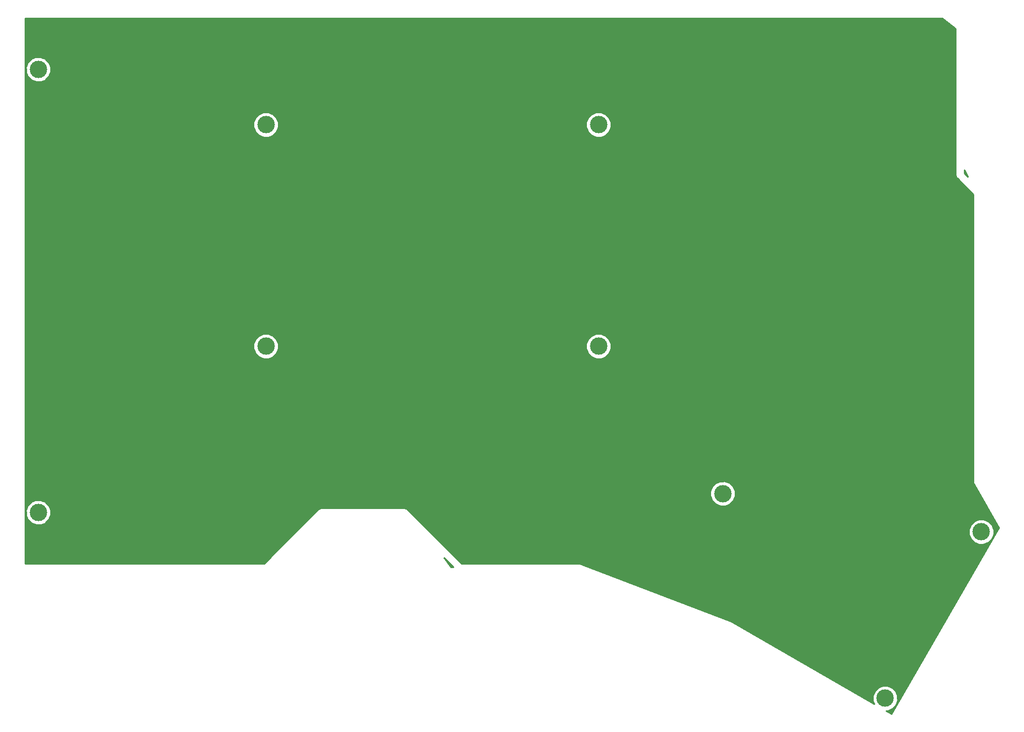
<source format=gbr>
G04 #@! TF.GenerationSoftware,KiCad,Pcbnew,(5.0.0)*
G04 #@! TF.CreationDate,2019-01-26T20:43:56+09:00*
G04 #@! TF.ProjectId,Manta60BLE_Bottom,4D616E74613630424C455F426F74746F,rev?*
G04 #@! TF.SameCoordinates,Original*
G04 #@! TF.FileFunction,Copper,L1,Top,Signal*
G04 #@! TF.FilePolarity,Positive*
%FSLAX46Y46*%
G04 Gerber Fmt 4.6, Leading zero omitted, Abs format (unit mm)*
G04 Created by KiCad (PCBNEW (5.0.0)) date 01/26/19 20:43:56*
%MOMM*%
%LPD*%
G01*
G04 APERTURE LIST*
G04 #@! TA.AperFunction,ComponentPad*
%ADD10C,3.000000*%
G04 #@! TD*
G04 #@! TA.AperFunction,NonConductor*
%ADD11C,0.254000*%
G04 #@! TD*
G04 APERTURE END LIST*
D10*
G04 #@! TO.P,H\002A\002A,*
G04 #@! TO.N,*
X205494350Y-122386200D03*
G04 #@! TD*
G04 #@! TO.P,H\002A\002A,*
G04 #@! TO.N,*
X82584350Y-90476200D03*
G04 #@! TD*
G04 #@! TO.P,H\002A\002A,*
G04 #@! TO.N,*
X188974350Y-151006200D03*
G04 #@! TD*
G04 #@! TO.P,H\002A\002A,*
G04 #@! TO.N,*
X139734350Y-90476200D03*
G04 #@! TD*
G04 #@! TO.P,H\002A\002A,*
G04 #@! TO.N,*
X161074350Y-115816200D03*
G04 #@! TD*
G04 #@! TO.P,H\002A\002A,*
G04 #@! TO.N,*
X139734350Y-52376200D03*
G04 #@! TD*
G04 #@! TO.P,H\002A\002A,*
G04 #@! TO.N,*
X82584350Y-52376200D03*
G04 #@! TD*
G04 #@! TO.P,H\002A\002A,*
G04 #@! TO.N,*
X43474350Y-42856200D03*
G04 #@! TD*
G04 #@! TO.P,H\002A\002A,*
G04 #@! TO.N,*
X43474350Y-119056200D03*
G04 #@! TD*
D11*
G36*
X198789538Y-34072482D02*
X201099451Y-35857415D01*
X201099450Y-60949085D01*
X201085063Y-61019401D01*
X201099450Y-61093855D01*
X201099450Y-61095887D01*
X201113198Y-61165001D01*
X201140538Y-61306490D01*
X201141688Y-61308232D01*
X201142096Y-61310282D01*
X201222283Y-61430291D01*
X201260987Y-61488907D01*
X201262411Y-61490346D01*
X201304545Y-61553405D01*
X201364229Y-61593284D01*
X204099451Y-64358596D01*
X204099450Y-110976707D01*
X204084451Y-111052112D01*
X204084450Y-113800887D01*
X204127096Y-114015282D01*
X204289545Y-114258405D01*
X204290568Y-114259089D01*
X208511429Y-121687581D01*
X190034428Y-153690466D01*
X189083093Y-153141200D01*
X189399028Y-153141200D01*
X189418580Y-153133101D01*
X189439737Y-153132697D01*
X190148932Y-152838939D01*
X190154220Y-152828389D01*
X190183730Y-152816166D01*
X190784316Y-152215580D01*
X190796539Y-152186070D01*
X190807089Y-152180782D01*
X190954627Y-151804412D01*
X191109350Y-151430878D01*
X191109350Y-151409714D01*
X191117073Y-151390013D01*
X191109350Y-150985824D01*
X191109350Y-150581522D01*
X191101251Y-150561970D01*
X191100847Y-150540813D01*
X190807089Y-149831618D01*
X190796539Y-149826330D01*
X190784316Y-149796820D01*
X190183730Y-149196234D01*
X190154220Y-149184011D01*
X190148932Y-149173461D01*
X189772562Y-149025923D01*
X189399028Y-148871200D01*
X189377864Y-148871200D01*
X189358163Y-148863477D01*
X188953974Y-148871200D01*
X188549672Y-148871200D01*
X188530120Y-148879299D01*
X188508963Y-148879703D01*
X187799768Y-149173461D01*
X187794480Y-149184011D01*
X187764970Y-149196234D01*
X187164384Y-149796820D01*
X187152161Y-149826330D01*
X187141611Y-149831618D01*
X186994073Y-150207988D01*
X186839350Y-150581522D01*
X186839350Y-150602686D01*
X186831627Y-150622387D01*
X186839350Y-151026576D01*
X186839350Y-151430878D01*
X186847449Y-151450430D01*
X186847853Y-151471587D01*
X187054221Y-151969804D01*
X162588543Y-137844217D01*
X162424906Y-137741498D01*
X136685882Y-127929301D01*
X136633402Y-127894217D01*
X136550578Y-127877721D01*
X136540626Y-127873927D01*
X136479659Y-127863596D01*
X136419018Y-127851518D01*
X136408368Y-127851515D01*
X136325104Y-127837406D01*
X136263566Y-127851480D01*
X116222153Y-127846575D01*
X110382876Y-122002387D01*
X203351627Y-122002387D01*
X203359350Y-122406576D01*
X203359350Y-122810878D01*
X203367449Y-122830430D01*
X203367853Y-122851587D01*
X203661611Y-123560782D01*
X203672161Y-123566070D01*
X203684384Y-123595580D01*
X204284970Y-124196166D01*
X204314480Y-124208389D01*
X204319768Y-124218939D01*
X204696138Y-124366477D01*
X205069672Y-124521200D01*
X205090836Y-124521200D01*
X205110537Y-124528923D01*
X205514726Y-124521200D01*
X205919028Y-124521200D01*
X205938580Y-124513101D01*
X205959737Y-124512697D01*
X206668932Y-124218939D01*
X206674220Y-124208389D01*
X206703730Y-124196166D01*
X207304316Y-123595580D01*
X207316539Y-123566070D01*
X207327089Y-123560782D01*
X207474627Y-123184412D01*
X207629350Y-122810878D01*
X207629350Y-122789714D01*
X207637073Y-122770013D01*
X207629350Y-122365824D01*
X207629350Y-121961522D01*
X207621251Y-121941970D01*
X207620847Y-121920813D01*
X207327089Y-121211618D01*
X207316539Y-121206330D01*
X207304316Y-121176820D01*
X206703730Y-120576234D01*
X206674220Y-120564011D01*
X206668932Y-120553461D01*
X206292562Y-120405923D01*
X205919028Y-120251200D01*
X205897864Y-120251200D01*
X205878163Y-120243477D01*
X205473974Y-120251200D01*
X205069672Y-120251200D01*
X205050120Y-120259299D01*
X205028963Y-120259703D01*
X204319768Y-120553461D01*
X204314480Y-120564011D01*
X204284970Y-120576234D01*
X203684384Y-121176820D01*
X203672161Y-121206330D01*
X203661611Y-121211618D01*
X203514073Y-121587988D01*
X203359350Y-121961522D01*
X203359350Y-121982686D01*
X203351627Y-122002387D01*
X110382876Y-122002387D01*
X106977448Y-118594095D01*
X106936355Y-118532595D01*
X106813498Y-118450505D01*
X106693523Y-118370267D01*
X106693368Y-118370236D01*
X106693233Y-118370146D01*
X106548323Y-118341322D01*
X106406765Y-118313102D01*
X106334222Y-118327500D01*
X92211898Y-118327500D01*
X92109349Y-118307102D01*
X91822567Y-118364146D01*
X91640812Y-118485591D01*
X91627966Y-118498437D01*
X91576845Y-118532595D01*
X91542687Y-118583716D01*
X82273904Y-127852500D01*
X41209350Y-127852500D01*
X41209350Y-118672387D01*
X41331627Y-118672387D01*
X41339350Y-119076576D01*
X41339350Y-119480878D01*
X41347449Y-119500430D01*
X41347853Y-119521587D01*
X41641611Y-120230782D01*
X41652161Y-120236070D01*
X41664384Y-120265580D01*
X42264970Y-120866166D01*
X42294480Y-120878389D01*
X42299768Y-120888939D01*
X42676138Y-121036477D01*
X43049672Y-121191200D01*
X43070836Y-121191200D01*
X43090537Y-121198923D01*
X43494726Y-121191200D01*
X43899028Y-121191200D01*
X43918580Y-121183101D01*
X43939737Y-121182697D01*
X44648932Y-120888939D01*
X44654220Y-120878389D01*
X44683730Y-120866166D01*
X45284316Y-120265580D01*
X45296539Y-120236070D01*
X45307089Y-120230782D01*
X45454627Y-119854412D01*
X45609350Y-119480878D01*
X45609350Y-119459714D01*
X45617073Y-119440013D01*
X45609350Y-119035824D01*
X45609350Y-118631522D01*
X45601251Y-118611970D01*
X45600847Y-118590813D01*
X45307089Y-117881618D01*
X45296539Y-117876330D01*
X45284316Y-117846820D01*
X44683730Y-117246234D01*
X44654220Y-117234011D01*
X44648932Y-117223461D01*
X44272562Y-117075923D01*
X43899028Y-116921200D01*
X43877864Y-116921200D01*
X43858163Y-116913477D01*
X43453974Y-116921200D01*
X43049672Y-116921200D01*
X43030120Y-116929299D01*
X43008963Y-116929703D01*
X42299768Y-117223461D01*
X42294480Y-117234011D01*
X42264970Y-117246234D01*
X41664384Y-117846820D01*
X41652161Y-117876330D01*
X41641611Y-117881618D01*
X41494073Y-118257988D01*
X41339350Y-118631522D01*
X41339350Y-118652686D01*
X41331627Y-118672387D01*
X41209350Y-118672387D01*
X41209350Y-115432387D01*
X158931627Y-115432387D01*
X158939350Y-115836576D01*
X158939350Y-116240878D01*
X158947449Y-116260430D01*
X158947853Y-116281587D01*
X159241611Y-116990782D01*
X159252161Y-116996070D01*
X159264384Y-117025580D01*
X159864970Y-117626166D01*
X159894480Y-117638389D01*
X159899768Y-117648939D01*
X160276138Y-117796477D01*
X160649672Y-117951200D01*
X160670836Y-117951200D01*
X160690537Y-117958923D01*
X161094726Y-117951200D01*
X161499028Y-117951200D01*
X161518580Y-117943101D01*
X161539737Y-117942697D01*
X162248932Y-117648939D01*
X162254220Y-117638389D01*
X162283730Y-117626166D01*
X162884316Y-117025580D01*
X162896539Y-116996070D01*
X162907089Y-116990782D01*
X163054627Y-116614412D01*
X163209350Y-116240878D01*
X163209350Y-116219714D01*
X163217073Y-116200013D01*
X163209350Y-115795824D01*
X163209350Y-115391522D01*
X163201251Y-115371970D01*
X163200847Y-115350813D01*
X162907089Y-114641618D01*
X162896539Y-114636330D01*
X162884316Y-114606820D01*
X162283730Y-114006234D01*
X162254220Y-113994011D01*
X162248932Y-113983461D01*
X161872562Y-113835923D01*
X161499028Y-113681200D01*
X161477864Y-113681200D01*
X161458163Y-113673477D01*
X161053974Y-113681200D01*
X160649672Y-113681200D01*
X160630120Y-113689299D01*
X160608963Y-113689703D01*
X159899768Y-113983461D01*
X159894480Y-113994011D01*
X159864970Y-114006234D01*
X159264384Y-114606820D01*
X159252161Y-114636330D01*
X159241611Y-114641618D01*
X159094073Y-115017988D01*
X158939350Y-115391522D01*
X158939350Y-115412686D01*
X158931627Y-115432387D01*
X41209350Y-115432387D01*
X41209350Y-90092387D01*
X80441627Y-90092387D01*
X80449350Y-90496576D01*
X80449350Y-90900878D01*
X80457449Y-90920430D01*
X80457853Y-90941587D01*
X80751611Y-91650782D01*
X80762161Y-91656070D01*
X80774384Y-91685580D01*
X81374970Y-92286166D01*
X81404480Y-92298389D01*
X81409768Y-92308939D01*
X81786138Y-92456477D01*
X82159672Y-92611200D01*
X82180836Y-92611200D01*
X82200537Y-92618923D01*
X82604726Y-92611200D01*
X83009028Y-92611200D01*
X83028580Y-92603101D01*
X83049737Y-92602697D01*
X83758932Y-92308939D01*
X83764220Y-92298389D01*
X83793730Y-92286166D01*
X84394316Y-91685580D01*
X84406539Y-91656070D01*
X84417089Y-91650782D01*
X84564627Y-91274412D01*
X84719350Y-90900878D01*
X84719350Y-90879714D01*
X84727073Y-90860013D01*
X84719350Y-90455824D01*
X84719350Y-90092387D01*
X137591627Y-90092387D01*
X137599350Y-90496576D01*
X137599350Y-90900878D01*
X137607449Y-90920430D01*
X137607853Y-90941587D01*
X137901611Y-91650782D01*
X137912161Y-91656070D01*
X137924384Y-91685580D01*
X138524970Y-92286166D01*
X138554480Y-92298389D01*
X138559768Y-92308939D01*
X138936138Y-92456477D01*
X139309672Y-92611200D01*
X139330836Y-92611200D01*
X139350537Y-92618923D01*
X139754726Y-92611200D01*
X140159028Y-92611200D01*
X140178580Y-92603101D01*
X140199737Y-92602697D01*
X140908932Y-92308939D01*
X140914220Y-92298389D01*
X140943730Y-92286166D01*
X141544316Y-91685580D01*
X141556539Y-91656070D01*
X141567089Y-91650782D01*
X141714627Y-91274412D01*
X141869350Y-90900878D01*
X141869350Y-90879714D01*
X141877073Y-90860013D01*
X141869350Y-90455824D01*
X141869350Y-90051522D01*
X141861251Y-90031970D01*
X141860847Y-90010813D01*
X141567089Y-89301618D01*
X141556539Y-89296330D01*
X141544316Y-89266820D01*
X140943730Y-88666234D01*
X140914220Y-88654011D01*
X140908932Y-88643461D01*
X140532562Y-88495923D01*
X140159028Y-88341200D01*
X140137864Y-88341200D01*
X140118163Y-88333477D01*
X139713974Y-88341200D01*
X139309672Y-88341200D01*
X139290120Y-88349299D01*
X139268963Y-88349703D01*
X138559768Y-88643461D01*
X138554480Y-88654011D01*
X138524970Y-88666234D01*
X137924384Y-89266820D01*
X137912161Y-89296330D01*
X137901611Y-89301618D01*
X137754073Y-89677988D01*
X137599350Y-90051522D01*
X137599350Y-90072686D01*
X137591627Y-90092387D01*
X84719350Y-90092387D01*
X84719350Y-90051522D01*
X84711251Y-90031970D01*
X84710847Y-90010813D01*
X84417089Y-89301618D01*
X84406539Y-89296330D01*
X84394316Y-89266820D01*
X83793730Y-88666234D01*
X83764220Y-88654011D01*
X83758932Y-88643461D01*
X83382562Y-88495923D01*
X83009028Y-88341200D01*
X82987864Y-88341200D01*
X82968163Y-88333477D01*
X82563974Y-88341200D01*
X82159672Y-88341200D01*
X82140120Y-88349299D01*
X82118963Y-88349703D01*
X81409768Y-88643461D01*
X81404480Y-88654011D01*
X81374970Y-88666234D01*
X80774384Y-89266820D01*
X80762161Y-89296330D01*
X80751611Y-89301618D01*
X80604073Y-89677988D01*
X80449350Y-90051522D01*
X80449350Y-90072686D01*
X80441627Y-90092387D01*
X41209350Y-90092387D01*
X41209350Y-51992387D01*
X80441627Y-51992387D01*
X80449350Y-52396576D01*
X80449350Y-52800878D01*
X80457449Y-52820430D01*
X80457853Y-52841587D01*
X80751611Y-53550782D01*
X80762161Y-53556070D01*
X80774384Y-53585580D01*
X81374970Y-54186166D01*
X81404480Y-54198389D01*
X81409768Y-54208939D01*
X81786138Y-54356477D01*
X82159672Y-54511200D01*
X82180836Y-54511200D01*
X82200537Y-54518923D01*
X82604726Y-54511200D01*
X83009028Y-54511200D01*
X83028580Y-54503101D01*
X83049737Y-54502697D01*
X83758932Y-54208939D01*
X83764220Y-54198389D01*
X83793730Y-54186166D01*
X84394316Y-53585580D01*
X84406539Y-53556070D01*
X84417089Y-53550782D01*
X84564627Y-53174412D01*
X84719350Y-52800878D01*
X84719350Y-52779714D01*
X84727073Y-52760013D01*
X84719350Y-52355824D01*
X84719350Y-51992387D01*
X137591627Y-51992387D01*
X137599350Y-52396576D01*
X137599350Y-52800878D01*
X137607449Y-52820430D01*
X137607853Y-52841587D01*
X137901611Y-53550782D01*
X137912161Y-53556070D01*
X137924384Y-53585580D01*
X138524970Y-54186166D01*
X138554480Y-54198389D01*
X138559768Y-54208939D01*
X138936138Y-54356477D01*
X139309672Y-54511200D01*
X139330836Y-54511200D01*
X139350537Y-54518923D01*
X139754726Y-54511200D01*
X140159028Y-54511200D01*
X140178580Y-54503101D01*
X140199737Y-54502697D01*
X140908932Y-54208939D01*
X140914220Y-54198389D01*
X140943730Y-54186166D01*
X141544316Y-53585580D01*
X141556539Y-53556070D01*
X141567089Y-53550782D01*
X141714627Y-53174412D01*
X141869350Y-52800878D01*
X141869350Y-52779714D01*
X141877073Y-52760013D01*
X141869350Y-52355824D01*
X141869350Y-51951522D01*
X141861251Y-51931970D01*
X141860847Y-51910813D01*
X141567089Y-51201618D01*
X141556539Y-51196330D01*
X141544316Y-51166820D01*
X140943730Y-50566234D01*
X140914220Y-50554011D01*
X140908932Y-50543461D01*
X140532562Y-50395923D01*
X140159028Y-50241200D01*
X140137864Y-50241200D01*
X140118163Y-50233477D01*
X139713974Y-50241200D01*
X139309672Y-50241200D01*
X139290120Y-50249299D01*
X139268963Y-50249703D01*
X138559768Y-50543461D01*
X138554480Y-50554011D01*
X138524970Y-50566234D01*
X137924384Y-51166820D01*
X137912161Y-51196330D01*
X137901611Y-51201618D01*
X137754073Y-51577988D01*
X137599350Y-51951522D01*
X137599350Y-51972686D01*
X137591627Y-51992387D01*
X84719350Y-51992387D01*
X84719350Y-51951522D01*
X84711251Y-51931970D01*
X84710847Y-51910813D01*
X84417089Y-51201618D01*
X84406539Y-51196330D01*
X84394316Y-51166820D01*
X83793730Y-50566234D01*
X83764220Y-50554011D01*
X83758932Y-50543461D01*
X83382562Y-50395923D01*
X83009028Y-50241200D01*
X82987864Y-50241200D01*
X82968163Y-50233477D01*
X82563974Y-50241200D01*
X82159672Y-50241200D01*
X82140120Y-50249299D01*
X82118963Y-50249703D01*
X81409768Y-50543461D01*
X81404480Y-50554011D01*
X81374970Y-50566234D01*
X80774384Y-51166820D01*
X80762161Y-51196330D01*
X80751611Y-51201618D01*
X80604073Y-51577988D01*
X80449350Y-51951522D01*
X80449350Y-51972686D01*
X80441627Y-51992387D01*
X41209350Y-51992387D01*
X41209350Y-42472387D01*
X41331627Y-42472387D01*
X41339350Y-42876576D01*
X41339350Y-43280878D01*
X41347449Y-43300430D01*
X41347853Y-43321587D01*
X41641611Y-44030782D01*
X41652161Y-44036070D01*
X41664384Y-44065580D01*
X42264970Y-44666166D01*
X42294480Y-44678389D01*
X42299768Y-44688939D01*
X42676138Y-44836477D01*
X43049672Y-44991200D01*
X43070836Y-44991200D01*
X43090537Y-44998923D01*
X43494726Y-44991200D01*
X43899028Y-44991200D01*
X43918580Y-44983101D01*
X43939737Y-44982697D01*
X44648932Y-44688939D01*
X44654220Y-44678389D01*
X44683730Y-44666166D01*
X45284316Y-44065580D01*
X45296539Y-44036070D01*
X45307089Y-44030782D01*
X45454627Y-43654412D01*
X45609350Y-43280878D01*
X45609350Y-43259714D01*
X45617073Y-43240013D01*
X45609350Y-42835824D01*
X45609350Y-42431522D01*
X45601251Y-42411970D01*
X45600847Y-42390813D01*
X45307089Y-41681618D01*
X45296539Y-41676330D01*
X45284316Y-41646820D01*
X44683730Y-41046234D01*
X44654220Y-41034011D01*
X44648932Y-41023461D01*
X44272562Y-40875923D01*
X43899028Y-40721200D01*
X43877864Y-40721200D01*
X43858163Y-40713477D01*
X43453974Y-40721200D01*
X43049672Y-40721200D01*
X43030120Y-40729299D01*
X43008963Y-40729703D01*
X42299768Y-41023461D01*
X42294480Y-41034011D01*
X42264970Y-41046234D01*
X41664384Y-41646820D01*
X41652161Y-41676330D01*
X41641611Y-41681618D01*
X41494073Y-42057988D01*
X41339350Y-42431522D01*
X41339350Y-42452686D01*
X41331627Y-42472387D01*
X41209350Y-42472387D01*
X41209350Y-34061252D01*
X198789538Y-34072482D01*
X198789538Y-34072482D01*
G37*
X198789538Y-34072482D02*
X201099451Y-35857415D01*
X201099450Y-60949085D01*
X201085063Y-61019401D01*
X201099450Y-61093855D01*
X201099450Y-61095887D01*
X201113198Y-61165001D01*
X201140538Y-61306490D01*
X201141688Y-61308232D01*
X201142096Y-61310282D01*
X201222283Y-61430291D01*
X201260987Y-61488907D01*
X201262411Y-61490346D01*
X201304545Y-61553405D01*
X201364229Y-61593284D01*
X204099451Y-64358596D01*
X204099450Y-110976707D01*
X204084451Y-111052112D01*
X204084450Y-113800887D01*
X204127096Y-114015282D01*
X204289545Y-114258405D01*
X204290568Y-114259089D01*
X208511429Y-121687581D01*
X190034428Y-153690466D01*
X189083093Y-153141200D01*
X189399028Y-153141200D01*
X189418580Y-153133101D01*
X189439737Y-153132697D01*
X190148932Y-152838939D01*
X190154220Y-152828389D01*
X190183730Y-152816166D01*
X190784316Y-152215580D01*
X190796539Y-152186070D01*
X190807089Y-152180782D01*
X190954627Y-151804412D01*
X191109350Y-151430878D01*
X191109350Y-151409714D01*
X191117073Y-151390013D01*
X191109350Y-150985824D01*
X191109350Y-150581522D01*
X191101251Y-150561970D01*
X191100847Y-150540813D01*
X190807089Y-149831618D01*
X190796539Y-149826330D01*
X190784316Y-149796820D01*
X190183730Y-149196234D01*
X190154220Y-149184011D01*
X190148932Y-149173461D01*
X189772562Y-149025923D01*
X189399028Y-148871200D01*
X189377864Y-148871200D01*
X189358163Y-148863477D01*
X188953974Y-148871200D01*
X188549672Y-148871200D01*
X188530120Y-148879299D01*
X188508963Y-148879703D01*
X187799768Y-149173461D01*
X187794480Y-149184011D01*
X187764970Y-149196234D01*
X187164384Y-149796820D01*
X187152161Y-149826330D01*
X187141611Y-149831618D01*
X186994073Y-150207988D01*
X186839350Y-150581522D01*
X186839350Y-150602686D01*
X186831627Y-150622387D01*
X186839350Y-151026576D01*
X186839350Y-151430878D01*
X186847449Y-151450430D01*
X186847853Y-151471587D01*
X187054221Y-151969804D01*
X162588543Y-137844217D01*
X162424906Y-137741498D01*
X136685882Y-127929301D01*
X136633402Y-127894217D01*
X136550578Y-127877721D01*
X136540626Y-127873927D01*
X136479659Y-127863596D01*
X136419018Y-127851518D01*
X136408368Y-127851515D01*
X136325104Y-127837406D01*
X136263566Y-127851480D01*
X116222153Y-127846575D01*
X110382876Y-122002387D01*
X203351627Y-122002387D01*
X203359350Y-122406576D01*
X203359350Y-122810878D01*
X203367449Y-122830430D01*
X203367853Y-122851587D01*
X203661611Y-123560782D01*
X203672161Y-123566070D01*
X203684384Y-123595580D01*
X204284970Y-124196166D01*
X204314480Y-124208389D01*
X204319768Y-124218939D01*
X204696138Y-124366477D01*
X205069672Y-124521200D01*
X205090836Y-124521200D01*
X205110537Y-124528923D01*
X205514726Y-124521200D01*
X205919028Y-124521200D01*
X205938580Y-124513101D01*
X205959737Y-124512697D01*
X206668932Y-124218939D01*
X206674220Y-124208389D01*
X206703730Y-124196166D01*
X207304316Y-123595580D01*
X207316539Y-123566070D01*
X207327089Y-123560782D01*
X207474627Y-123184412D01*
X207629350Y-122810878D01*
X207629350Y-122789714D01*
X207637073Y-122770013D01*
X207629350Y-122365824D01*
X207629350Y-121961522D01*
X207621251Y-121941970D01*
X207620847Y-121920813D01*
X207327089Y-121211618D01*
X207316539Y-121206330D01*
X207304316Y-121176820D01*
X206703730Y-120576234D01*
X206674220Y-120564011D01*
X206668932Y-120553461D01*
X206292562Y-120405923D01*
X205919028Y-120251200D01*
X205897864Y-120251200D01*
X205878163Y-120243477D01*
X205473974Y-120251200D01*
X205069672Y-120251200D01*
X205050120Y-120259299D01*
X205028963Y-120259703D01*
X204319768Y-120553461D01*
X204314480Y-120564011D01*
X204284970Y-120576234D01*
X203684384Y-121176820D01*
X203672161Y-121206330D01*
X203661611Y-121211618D01*
X203514073Y-121587988D01*
X203359350Y-121961522D01*
X203359350Y-121982686D01*
X203351627Y-122002387D01*
X110382876Y-122002387D01*
X106977448Y-118594095D01*
X106936355Y-118532595D01*
X106813498Y-118450505D01*
X106693523Y-118370267D01*
X106693368Y-118370236D01*
X106693233Y-118370146D01*
X106548323Y-118341322D01*
X106406765Y-118313102D01*
X106334222Y-118327500D01*
X92211898Y-118327500D01*
X92109349Y-118307102D01*
X91822567Y-118364146D01*
X91640812Y-118485591D01*
X91627966Y-118498437D01*
X91576845Y-118532595D01*
X91542687Y-118583716D01*
X82273904Y-127852500D01*
X41209350Y-127852500D01*
X41209350Y-118672387D01*
X41331627Y-118672387D01*
X41339350Y-119076576D01*
X41339350Y-119480878D01*
X41347449Y-119500430D01*
X41347853Y-119521587D01*
X41641611Y-120230782D01*
X41652161Y-120236070D01*
X41664384Y-120265580D01*
X42264970Y-120866166D01*
X42294480Y-120878389D01*
X42299768Y-120888939D01*
X42676138Y-121036477D01*
X43049672Y-121191200D01*
X43070836Y-121191200D01*
X43090537Y-121198923D01*
X43494726Y-121191200D01*
X43899028Y-121191200D01*
X43918580Y-121183101D01*
X43939737Y-121182697D01*
X44648932Y-120888939D01*
X44654220Y-120878389D01*
X44683730Y-120866166D01*
X45284316Y-120265580D01*
X45296539Y-120236070D01*
X45307089Y-120230782D01*
X45454627Y-119854412D01*
X45609350Y-119480878D01*
X45609350Y-119459714D01*
X45617073Y-119440013D01*
X45609350Y-119035824D01*
X45609350Y-118631522D01*
X45601251Y-118611970D01*
X45600847Y-118590813D01*
X45307089Y-117881618D01*
X45296539Y-117876330D01*
X45284316Y-117846820D01*
X44683730Y-117246234D01*
X44654220Y-117234011D01*
X44648932Y-117223461D01*
X44272562Y-117075923D01*
X43899028Y-116921200D01*
X43877864Y-116921200D01*
X43858163Y-116913477D01*
X43453974Y-116921200D01*
X43049672Y-116921200D01*
X43030120Y-116929299D01*
X43008963Y-116929703D01*
X42299768Y-117223461D01*
X42294480Y-117234011D01*
X42264970Y-117246234D01*
X41664384Y-117846820D01*
X41652161Y-117876330D01*
X41641611Y-117881618D01*
X41494073Y-118257988D01*
X41339350Y-118631522D01*
X41339350Y-118652686D01*
X41331627Y-118672387D01*
X41209350Y-118672387D01*
X41209350Y-115432387D01*
X158931627Y-115432387D01*
X158939350Y-115836576D01*
X158939350Y-116240878D01*
X158947449Y-116260430D01*
X158947853Y-116281587D01*
X159241611Y-116990782D01*
X159252161Y-116996070D01*
X159264384Y-117025580D01*
X159864970Y-117626166D01*
X159894480Y-117638389D01*
X159899768Y-117648939D01*
X160276138Y-117796477D01*
X160649672Y-117951200D01*
X160670836Y-117951200D01*
X160690537Y-117958923D01*
X161094726Y-117951200D01*
X161499028Y-117951200D01*
X161518580Y-117943101D01*
X161539737Y-117942697D01*
X162248932Y-117648939D01*
X162254220Y-117638389D01*
X162283730Y-117626166D01*
X162884316Y-117025580D01*
X162896539Y-116996070D01*
X162907089Y-116990782D01*
X163054627Y-116614412D01*
X163209350Y-116240878D01*
X163209350Y-116219714D01*
X163217073Y-116200013D01*
X163209350Y-115795824D01*
X163209350Y-115391522D01*
X163201251Y-115371970D01*
X163200847Y-115350813D01*
X162907089Y-114641618D01*
X162896539Y-114636330D01*
X162884316Y-114606820D01*
X162283730Y-114006234D01*
X162254220Y-113994011D01*
X162248932Y-113983461D01*
X161872562Y-113835923D01*
X161499028Y-113681200D01*
X161477864Y-113681200D01*
X161458163Y-113673477D01*
X161053974Y-113681200D01*
X160649672Y-113681200D01*
X160630120Y-113689299D01*
X160608963Y-113689703D01*
X159899768Y-113983461D01*
X159894480Y-113994011D01*
X159864970Y-114006234D01*
X159264384Y-114606820D01*
X159252161Y-114636330D01*
X159241611Y-114641618D01*
X159094073Y-115017988D01*
X158939350Y-115391522D01*
X158939350Y-115412686D01*
X158931627Y-115432387D01*
X41209350Y-115432387D01*
X41209350Y-90092387D01*
X80441627Y-90092387D01*
X80449350Y-90496576D01*
X80449350Y-90900878D01*
X80457449Y-90920430D01*
X80457853Y-90941587D01*
X80751611Y-91650782D01*
X80762161Y-91656070D01*
X80774384Y-91685580D01*
X81374970Y-92286166D01*
X81404480Y-92298389D01*
X81409768Y-92308939D01*
X81786138Y-92456477D01*
X82159672Y-92611200D01*
X82180836Y-92611200D01*
X82200537Y-92618923D01*
X82604726Y-92611200D01*
X83009028Y-92611200D01*
X83028580Y-92603101D01*
X83049737Y-92602697D01*
X83758932Y-92308939D01*
X83764220Y-92298389D01*
X83793730Y-92286166D01*
X84394316Y-91685580D01*
X84406539Y-91656070D01*
X84417089Y-91650782D01*
X84564627Y-91274412D01*
X84719350Y-90900878D01*
X84719350Y-90879714D01*
X84727073Y-90860013D01*
X84719350Y-90455824D01*
X84719350Y-90092387D01*
X137591627Y-90092387D01*
X137599350Y-90496576D01*
X137599350Y-90900878D01*
X137607449Y-90920430D01*
X137607853Y-90941587D01*
X137901611Y-91650782D01*
X137912161Y-91656070D01*
X137924384Y-91685580D01*
X138524970Y-92286166D01*
X138554480Y-92298389D01*
X138559768Y-92308939D01*
X138936138Y-92456477D01*
X139309672Y-92611200D01*
X139330836Y-92611200D01*
X139350537Y-92618923D01*
X139754726Y-92611200D01*
X140159028Y-92611200D01*
X140178580Y-92603101D01*
X140199737Y-92602697D01*
X140908932Y-92308939D01*
X140914220Y-92298389D01*
X140943730Y-92286166D01*
X141544316Y-91685580D01*
X141556539Y-91656070D01*
X141567089Y-91650782D01*
X141714627Y-91274412D01*
X141869350Y-90900878D01*
X141869350Y-90879714D01*
X141877073Y-90860013D01*
X141869350Y-90455824D01*
X141869350Y-90051522D01*
X141861251Y-90031970D01*
X141860847Y-90010813D01*
X141567089Y-89301618D01*
X141556539Y-89296330D01*
X141544316Y-89266820D01*
X140943730Y-88666234D01*
X140914220Y-88654011D01*
X140908932Y-88643461D01*
X140532562Y-88495923D01*
X140159028Y-88341200D01*
X140137864Y-88341200D01*
X140118163Y-88333477D01*
X139713974Y-88341200D01*
X139309672Y-88341200D01*
X139290120Y-88349299D01*
X139268963Y-88349703D01*
X138559768Y-88643461D01*
X138554480Y-88654011D01*
X138524970Y-88666234D01*
X137924384Y-89266820D01*
X137912161Y-89296330D01*
X137901611Y-89301618D01*
X137754073Y-89677988D01*
X137599350Y-90051522D01*
X137599350Y-90072686D01*
X137591627Y-90092387D01*
X84719350Y-90092387D01*
X84719350Y-90051522D01*
X84711251Y-90031970D01*
X84710847Y-90010813D01*
X84417089Y-89301618D01*
X84406539Y-89296330D01*
X84394316Y-89266820D01*
X83793730Y-88666234D01*
X83764220Y-88654011D01*
X83758932Y-88643461D01*
X83382562Y-88495923D01*
X83009028Y-88341200D01*
X82987864Y-88341200D01*
X82968163Y-88333477D01*
X82563974Y-88341200D01*
X82159672Y-88341200D01*
X82140120Y-88349299D01*
X82118963Y-88349703D01*
X81409768Y-88643461D01*
X81404480Y-88654011D01*
X81374970Y-88666234D01*
X80774384Y-89266820D01*
X80762161Y-89296330D01*
X80751611Y-89301618D01*
X80604073Y-89677988D01*
X80449350Y-90051522D01*
X80449350Y-90072686D01*
X80441627Y-90092387D01*
X41209350Y-90092387D01*
X41209350Y-51992387D01*
X80441627Y-51992387D01*
X80449350Y-52396576D01*
X80449350Y-52800878D01*
X80457449Y-52820430D01*
X80457853Y-52841587D01*
X80751611Y-53550782D01*
X80762161Y-53556070D01*
X80774384Y-53585580D01*
X81374970Y-54186166D01*
X81404480Y-54198389D01*
X81409768Y-54208939D01*
X81786138Y-54356477D01*
X82159672Y-54511200D01*
X82180836Y-54511200D01*
X82200537Y-54518923D01*
X82604726Y-54511200D01*
X83009028Y-54511200D01*
X83028580Y-54503101D01*
X83049737Y-54502697D01*
X83758932Y-54208939D01*
X83764220Y-54198389D01*
X83793730Y-54186166D01*
X84394316Y-53585580D01*
X84406539Y-53556070D01*
X84417089Y-53550782D01*
X84564627Y-53174412D01*
X84719350Y-52800878D01*
X84719350Y-52779714D01*
X84727073Y-52760013D01*
X84719350Y-52355824D01*
X84719350Y-51992387D01*
X137591627Y-51992387D01*
X137599350Y-52396576D01*
X137599350Y-52800878D01*
X137607449Y-52820430D01*
X137607853Y-52841587D01*
X137901611Y-53550782D01*
X137912161Y-53556070D01*
X137924384Y-53585580D01*
X138524970Y-54186166D01*
X138554480Y-54198389D01*
X138559768Y-54208939D01*
X138936138Y-54356477D01*
X139309672Y-54511200D01*
X139330836Y-54511200D01*
X139350537Y-54518923D01*
X139754726Y-54511200D01*
X140159028Y-54511200D01*
X140178580Y-54503101D01*
X140199737Y-54502697D01*
X140908932Y-54208939D01*
X140914220Y-54198389D01*
X140943730Y-54186166D01*
X141544316Y-53585580D01*
X141556539Y-53556070D01*
X141567089Y-53550782D01*
X141714627Y-53174412D01*
X141869350Y-52800878D01*
X141869350Y-52779714D01*
X141877073Y-52760013D01*
X141869350Y-52355824D01*
X141869350Y-51951522D01*
X141861251Y-51931970D01*
X141860847Y-51910813D01*
X141567089Y-51201618D01*
X141556539Y-51196330D01*
X141544316Y-51166820D01*
X140943730Y-50566234D01*
X140914220Y-50554011D01*
X140908932Y-50543461D01*
X140532562Y-50395923D01*
X140159028Y-50241200D01*
X140137864Y-50241200D01*
X140118163Y-50233477D01*
X139713974Y-50241200D01*
X139309672Y-50241200D01*
X139290120Y-50249299D01*
X139268963Y-50249703D01*
X138559768Y-50543461D01*
X138554480Y-50554011D01*
X138524970Y-50566234D01*
X137924384Y-51166820D01*
X137912161Y-51196330D01*
X137901611Y-51201618D01*
X137754073Y-51577988D01*
X137599350Y-51951522D01*
X137599350Y-51972686D01*
X137591627Y-51992387D01*
X84719350Y-51992387D01*
X84719350Y-51951522D01*
X84711251Y-51931970D01*
X84710847Y-51910813D01*
X84417089Y-51201618D01*
X84406539Y-51196330D01*
X84394316Y-51166820D01*
X83793730Y-50566234D01*
X83764220Y-50554011D01*
X83758932Y-50543461D01*
X83382562Y-50395923D01*
X83009028Y-50241200D01*
X82987864Y-50241200D01*
X82968163Y-50233477D01*
X82563974Y-50241200D01*
X82159672Y-50241200D01*
X82140120Y-50249299D01*
X82118963Y-50249703D01*
X81409768Y-50543461D01*
X81404480Y-50554011D01*
X81374970Y-50566234D01*
X80774384Y-51166820D01*
X80762161Y-51196330D01*
X80751611Y-51201618D01*
X80604073Y-51577988D01*
X80449350Y-51951522D01*
X80449350Y-51972686D01*
X80441627Y-51992387D01*
X41209350Y-51992387D01*
X41209350Y-42472387D01*
X41331627Y-42472387D01*
X41339350Y-42876576D01*
X41339350Y-43280878D01*
X41347449Y-43300430D01*
X41347853Y-43321587D01*
X41641611Y-44030782D01*
X41652161Y-44036070D01*
X41664384Y-44065580D01*
X42264970Y-44666166D01*
X42294480Y-44678389D01*
X42299768Y-44688939D01*
X42676138Y-44836477D01*
X43049672Y-44991200D01*
X43070836Y-44991200D01*
X43090537Y-44998923D01*
X43494726Y-44991200D01*
X43899028Y-44991200D01*
X43918580Y-44983101D01*
X43939737Y-44982697D01*
X44648932Y-44688939D01*
X44654220Y-44678389D01*
X44683730Y-44666166D01*
X45284316Y-44065580D01*
X45296539Y-44036070D01*
X45307089Y-44030782D01*
X45454627Y-43654412D01*
X45609350Y-43280878D01*
X45609350Y-43259714D01*
X45617073Y-43240013D01*
X45609350Y-42835824D01*
X45609350Y-42431522D01*
X45601251Y-42411970D01*
X45600847Y-42390813D01*
X45307089Y-41681618D01*
X45296539Y-41676330D01*
X45284316Y-41646820D01*
X44683730Y-41046234D01*
X44654220Y-41034011D01*
X44648932Y-41023461D01*
X44272562Y-40875923D01*
X43899028Y-40721200D01*
X43877864Y-40721200D01*
X43858163Y-40713477D01*
X43453974Y-40721200D01*
X43049672Y-40721200D01*
X43030120Y-40729299D01*
X43008963Y-40729703D01*
X42299768Y-41023461D01*
X42294480Y-41034011D01*
X42264970Y-41046234D01*
X41664384Y-41646820D01*
X41652161Y-41676330D01*
X41641611Y-41681618D01*
X41494073Y-42057988D01*
X41339350Y-42431522D01*
X41339350Y-42452686D01*
X41331627Y-42472387D01*
X41209350Y-42472387D01*
X41209350Y-34061252D01*
X198789538Y-34072482D01*
G36*
X114757541Y-128460500D02*
X114363500Y-128460500D01*
X113177388Y-126879017D01*
X114757541Y-128460500D01*
X114757541Y-128460500D01*
G37*
X114757541Y-128460500D02*
X114363500Y-128460500D01*
X113177388Y-126879017D01*
X114757541Y-128460500D01*
G36*
X203155674Y-61314079D02*
X202569450Y-60721406D01*
X202569450Y-60141630D01*
X203155674Y-61314079D01*
X203155674Y-61314079D01*
G37*
X203155674Y-61314079D02*
X202569450Y-60721406D01*
X202569450Y-60141630D01*
X203155674Y-61314079D01*
M02*

</source>
